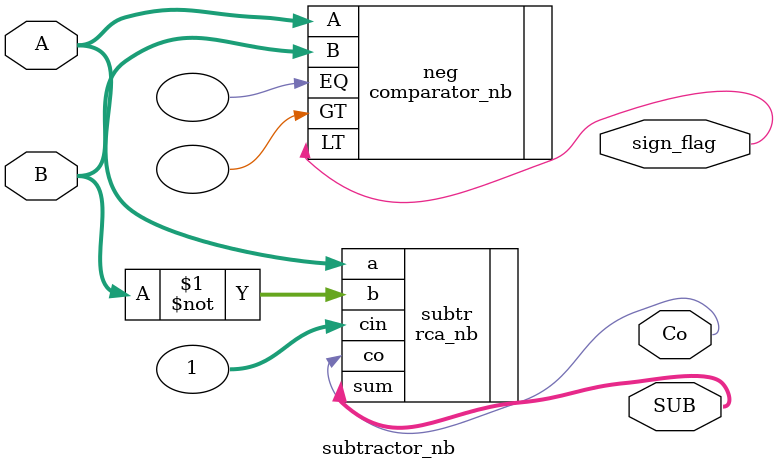
<source format=v>
`timescale 1ns / 1ps

//
// Instantiation
//
// subtractor_nb( .A(), .B(), .SUB(), .Co() );
//
module subtractor_nb(A, B, SUB, sign_flag, Co);

    parameter n = 32;

    input signed [n-1:0] A, B;
    output signed [n-1:0] SUB;
    output sign_flag;
    output Co;
    
    rca_nb subtr ( .a(A), .b(~B), .cin(32'b0000000000000000_0000000000000001), .sum(SUB), .co(Co));
    
    comparator_nb neg (.A(A), .B(B), .EQ(), .LT(sign_flag), .GT() );
    
endmodule

</source>
